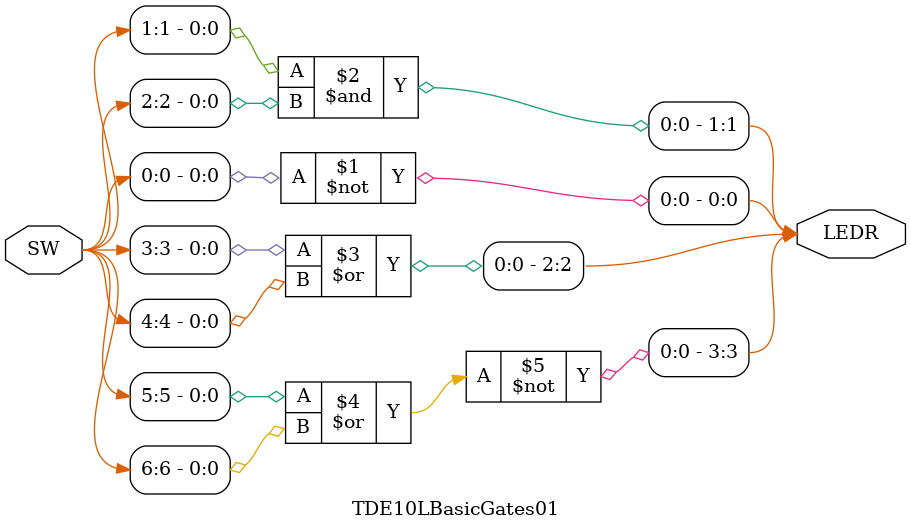
<source format=v>


module TDE10LBasicGates01(

	//////////// LED //////////
	output		     [9:0]		LEDR,

	//////////// SW //////////
	input 		     [9:0]		SW
);



//=======================================================
//  REG/WIRE declarations
//=======================================================

//=======================================================
//  Structural coding
//=======================================================

// NOT
assign LEDR[0] = ~SW[0];

// AND
assign LEDR[1] = SW[1] & SW[2];

// OR
assign LEDR[2] = SW[3] | SW[4];

// XOR
assign LEDR[3] = ~(SW[5] | SW[6]);


endmodule
</source>
